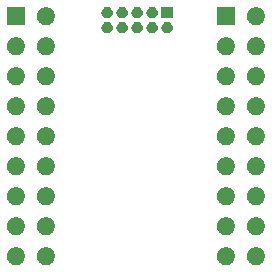
<source format=gbs>
G04 #@! TF.GenerationSoftware,KiCad,Pcbnew,5.0.1-33cea8e~68~ubuntu18.04.1*
G04 #@! TF.CreationDate,2018-11-24T10:27:27+01:00*
G04 #@! TF.ProjectId,LPC82X_JHI33_2layer,4C50433832585F4A484933335F326C61,rev?*
G04 #@! TF.SameCoordinates,Original*
G04 #@! TF.FileFunction,Soldermask,Bot*
G04 #@! TF.FilePolarity,Negative*
%FSLAX46Y46*%
G04 Gerber Fmt 4.6, Leading zero omitted, Abs format (unit mm)*
G04 Created by KiCad (PCBNEW 5.0.1-33cea8e~68~ubuntu18.04.1) date za 24 nov 2018 10:27:27 CET*
%MOMM*%
%LPD*%
G01*
G04 APERTURE LIST*
%ADD10C,0.100000*%
G04 APERTURE END LIST*
D10*
G36*
X99278767Y-116118822D02*
X99278769Y-116118823D01*
X99278770Y-116118823D01*
X99415258Y-116175359D01*
X99538096Y-116257436D01*
X99642564Y-116361904D01*
X99724641Y-116484742D01*
X99781177Y-116621230D01*
X99810000Y-116766133D01*
X99810000Y-116913867D01*
X99781177Y-117058770D01*
X99724641Y-117195258D01*
X99642564Y-117318096D01*
X99538096Y-117422564D01*
X99415258Y-117504641D01*
X99278770Y-117561177D01*
X99278769Y-117561177D01*
X99278767Y-117561178D01*
X99133869Y-117590000D01*
X98986131Y-117590000D01*
X98841233Y-117561178D01*
X98841231Y-117561177D01*
X98841230Y-117561177D01*
X98704742Y-117504641D01*
X98581904Y-117422564D01*
X98477436Y-117318096D01*
X98395359Y-117195258D01*
X98338823Y-117058770D01*
X98310000Y-116913867D01*
X98310000Y-116766133D01*
X98338823Y-116621230D01*
X98395359Y-116484742D01*
X98477436Y-116361904D01*
X98581904Y-116257436D01*
X98704742Y-116175359D01*
X98841230Y-116118823D01*
X98841231Y-116118823D01*
X98841233Y-116118822D01*
X98986131Y-116090000D01*
X99133869Y-116090000D01*
X99278767Y-116118822D01*
X99278767Y-116118822D01*
G37*
G36*
X78958767Y-116118822D02*
X78958769Y-116118823D01*
X78958770Y-116118823D01*
X79095258Y-116175359D01*
X79218096Y-116257436D01*
X79322564Y-116361904D01*
X79404641Y-116484742D01*
X79461177Y-116621230D01*
X79490000Y-116766133D01*
X79490000Y-116913867D01*
X79461177Y-117058770D01*
X79404641Y-117195258D01*
X79322564Y-117318096D01*
X79218096Y-117422564D01*
X79095258Y-117504641D01*
X78958770Y-117561177D01*
X78958769Y-117561177D01*
X78958767Y-117561178D01*
X78813869Y-117590000D01*
X78666131Y-117590000D01*
X78521233Y-117561178D01*
X78521231Y-117561177D01*
X78521230Y-117561177D01*
X78384742Y-117504641D01*
X78261904Y-117422564D01*
X78157436Y-117318096D01*
X78075359Y-117195258D01*
X78018823Y-117058770D01*
X77990000Y-116913867D01*
X77990000Y-116766133D01*
X78018823Y-116621230D01*
X78075359Y-116484742D01*
X78157436Y-116361904D01*
X78261904Y-116257436D01*
X78384742Y-116175359D01*
X78521230Y-116118823D01*
X78521231Y-116118823D01*
X78521233Y-116118822D01*
X78666131Y-116090000D01*
X78813869Y-116090000D01*
X78958767Y-116118822D01*
X78958767Y-116118822D01*
G37*
G36*
X81498767Y-116118822D02*
X81498769Y-116118823D01*
X81498770Y-116118823D01*
X81635258Y-116175359D01*
X81758096Y-116257436D01*
X81862564Y-116361904D01*
X81944641Y-116484742D01*
X82001177Y-116621230D01*
X82030000Y-116766133D01*
X82030000Y-116913867D01*
X82001177Y-117058770D01*
X81944641Y-117195258D01*
X81862564Y-117318096D01*
X81758096Y-117422564D01*
X81635258Y-117504641D01*
X81498770Y-117561177D01*
X81498769Y-117561177D01*
X81498767Y-117561178D01*
X81353869Y-117590000D01*
X81206131Y-117590000D01*
X81061233Y-117561178D01*
X81061231Y-117561177D01*
X81061230Y-117561177D01*
X80924742Y-117504641D01*
X80801904Y-117422564D01*
X80697436Y-117318096D01*
X80615359Y-117195258D01*
X80558823Y-117058770D01*
X80530000Y-116913867D01*
X80530000Y-116766133D01*
X80558823Y-116621230D01*
X80615359Y-116484742D01*
X80697436Y-116361904D01*
X80801904Y-116257436D01*
X80924742Y-116175359D01*
X81061230Y-116118823D01*
X81061231Y-116118823D01*
X81061233Y-116118822D01*
X81206131Y-116090000D01*
X81353869Y-116090000D01*
X81498767Y-116118822D01*
X81498767Y-116118822D01*
G37*
G36*
X96738767Y-116118822D02*
X96738769Y-116118823D01*
X96738770Y-116118823D01*
X96875258Y-116175359D01*
X96998096Y-116257436D01*
X97102564Y-116361904D01*
X97184641Y-116484742D01*
X97241177Y-116621230D01*
X97270000Y-116766133D01*
X97270000Y-116913867D01*
X97241177Y-117058770D01*
X97184641Y-117195258D01*
X97102564Y-117318096D01*
X96998096Y-117422564D01*
X96875258Y-117504641D01*
X96738770Y-117561177D01*
X96738769Y-117561177D01*
X96738767Y-117561178D01*
X96593869Y-117590000D01*
X96446131Y-117590000D01*
X96301233Y-117561178D01*
X96301231Y-117561177D01*
X96301230Y-117561177D01*
X96164742Y-117504641D01*
X96041904Y-117422564D01*
X95937436Y-117318096D01*
X95855359Y-117195258D01*
X95798823Y-117058770D01*
X95770000Y-116913867D01*
X95770000Y-116766133D01*
X95798823Y-116621230D01*
X95855359Y-116484742D01*
X95937436Y-116361904D01*
X96041904Y-116257436D01*
X96164742Y-116175359D01*
X96301230Y-116118823D01*
X96301231Y-116118823D01*
X96301233Y-116118822D01*
X96446131Y-116090000D01*
X96593869Y-116090000D01*
X96738767Y-116118822D01*
X96738767Y-116118822D01*
G37*
G36*
X96738767Y-113578822D02*
X96738769Y-113578823D01*
X96738770Y-113578823D01*
X96875258Y-113635359D01*
X96998096Y-113717436D01*
X97102564Y-113821904D01*
X97184641Y-113944742D01*
X97241177Y-114081230D01*
X97270000Y-114226133D01*
X97270000Y-114373867D01*
X97241177Y-114518770D01*
X97184641Y-114655258D01*
X97102564Y-114778096D01*
X96998096Y-114882564D01*
X96875258Y-114964641D01*
X96738770Y-115021177D01*
X96738769Y-115021177D01*
X96738767Y-115021178D01*
X96593869Y-115050000D01*
X96446131Y-115050000D01*
X96301233Y-115021178D01*
X96301231Y-115021177D01*
X96301230Y-115021177D01*
X96164742Y-114964641D01*
X96041904Y-114882564D01*
X95937436Y-114778096D01*
X95855359Y-114655258D01*
X95798823Y-114518770D01*
X95770000Y-114373867D01*
X95770000Y-114226133D01*
X95798823Y-114081230D01*
X95855359Y-113944742D01*
X95937436Y-113821904D01*
X96041904Y-113717436D01*
X96164742Y-113635359D01*
X96301230Y-113578823D01*
X96301231Y-113578823D01*
X96301233Y-113578822D01*
X96446131Y-113550000D01*
X96593869Y-113550000D01*
X96738767Y-113578822D01*
X96738767Y-113578822D01*
G37*
G36*
X81498767Y-113578822D02*
X81498769Y-113578823D01*
X81498770Y-113578823D01*
X81635258Y-113635359D01*
X81758096Y-113717436D01*
X81862564Y-113821904D01*
X81944641Y-113944742D01*
X82001177Y-114081230D01*
X82030000Y-114226133D01*
X82030000Y-114373867D01*
X82001177Y-114518770D01*
X81944641Y-114655258D01*
X81862564Y-114778096D01*
X81758096Y-114882564D01*
X81635258Y-114964641D01*
X81498770Y-115021177D01*
X81498769Y-115021177D01*
X81498767Y-115021178D01*
X81353869Y-115050000D01*
X81206131Y-115050000D01*
X81061233Y-115021178D01*
X81061231Y-115021177D01*
X81061230Y-115021177D01*
X80924742Y-114964641D01*
X80801904Y-114882564D01*
X80697436Y-114778096D01*
X80615359Y-114655258D01*
X80558823Y-114518770D01*
X80530000Y-114373867D01*
X80530000Y-114226133D01*
X80558823Y-114081230D01*
X80615359Y-113944742D01*
X80697436Y-113821904D01*
X80801904Y-113717436D01*
X80924742Y-113635359D01*
X81061230Y-113578823D01*
X81061231Y-113578823D01*
X81061233Y-113578822D01*
X81206131Y-113550000D01*
X81353869Y-113550000D01*
X81498767Y-113578822D01*
X81498767Y-113578822D01*
G37*
G36*
X78958767Y-113578822D02*
X78958769Y-113578823D01*
X78958770Y-113578823D01*
X79095258Y-113635359D01*
X79218096Y-113717436D01*
X79322564Y-113821904D01*
X79404641Y-113944742D01*
X79461177Y-114081230D01*
X79490000Y-114226133D01*
X79490000Y-114373867D01*
X79461177Y-114518770D01*
X79404641Y-114655258D01*
X79322564Y-114778096D01*
X79218096Y-114882564D01*
X79095258Y-114964641D01*
X78958770Y-115021177D01*
X78958769Y-115021177D01*
X78958767Y-115021178D01*
X78813869Y-115050000D01*
X78666131Y-115050000D01*
X78521233Y-115021178D01*
X78521231Y-115021177D01*
X78521230Y-115021177D01*
X78384742Y-114964641D01*
X78261904Y-114882564D01*
X78157436Y-114778096D01*
X78075359Y-114655258D01*
X78018823Y-114518770D01*
X77990000Y-114373867D01*
X77990000Y-114226133D01*
X78018823Y-114081230D01*
X78075359Y-113944742D01*
X78157436Y-113821904D01*
X78261904Y-113717436D01*
X78384742Y-113635359D01*
X78521230Y-113578823D01*
X78521231Y-113578823D01*
X78521233Y-113578822D01*
X78666131Y-113550000D01*
X78813869Y-113550000D01*
X78958767Y-113578822D01*
X78958767Y-113578822D01*
G37*
G36*
X99278767Y-113578822D02*
X99278769Y-113578823D01*
X99278770Y-113578823D01*
X99415258Y-113635359D01*
X99538096Y-113717436D01*
X99642564Y-113821904D01*
X99724641Y-113944742D01*
X99781177Y-114081230D01*
X99810000Y-114226133D01*
X99810000Y-114373867D01*
X99781177Y-114518770D01*
X99724641Y-114655258D01*
X99642564Y-114778096D01*
X99538096Y-114882564D01*
X99415258Y-114964641D01*
X99278770Y-115021177D01*
X99278769Y-115021177D01*
X99278767Y-115021178D01*
X99133869Y-115050000D01*
X98986131Y-115050000D01*
X98841233Y-115021178D01*
X98841231Y-115021177D01*
X98841230Y-115021177D01*
X98704742Y-114964641D01*
X98581904Y-114882564D01*
X98477436Y-114778096D01*
X98395359Y-114655258D01*
X98338823Y-114518770D01*
X98310000Y-114373867D01*
X98310000Y-114226133D01*
X98338823Y-114081230D01*
X98395359Y-113944742D01*
X98477436Y-113821904D01*
X98581904Y-113717436D01*
X98704742Y-113635359D01*
X98841230Y-113578823D01*
X98841231Y-113578823D01*
X98841233Y-113578822D01*
X98986131Y-113550000D01*
X99133869Y-113550000D01*
X99278767Y-113578822D01*
X99278767Y-113578822D01*
G37*
G36*
X96738767Y-111038822D02*
X96738769Y-111038823D01*
X96738770Y-111038823D01*
X96875258Y-111095359D01*
X96998096Y-111177436D01*
X97102564Y-111281904D01*
X97184641Y-111404742D01*
X97241177Y-111541230D01*
X97270000Y-111686133D01*
X97270000Y-111833867D01*
X97241177Y-111978770D01*
X97184641Y-112115258D01*
X97102564Y-112238096D01*
X96998096Y-112342564D01*
X96875258Y-112424641D01*
X96738770Y-112481177D01*
X96738769Y-112481177D01*
X96738767Y-112481178D01*
X96593869Y-112510000D01*
X96446131Y-112510000D01*
X96301233Y-112481178D01*
X96301231Y-112481177D01*
X96301230Y-112481177D01*
X96164742Y-112424641D01*
X96041904Y-112342564D01*
X95937436Y-112238096D01*
X95855359Y-112115258D01*
X95798823Y-111978770D01*
X95770000Y-111833867D01*
X95770000Y-111686133D01*
X95798823Y-111541230D01*
X95855359Y-111404742D01*
X95937436Y-111281904D01*
X96041904Y-111177436D01*
X96164742Y-111095359D01*
X96301230Y-111038823D01*
X96301231Y-111038823D01*
X96301233Y-111038822D01*
X96446131Y-111010000D01*
X96593869Y-111010000D01*
X96738767Y-111038822D01*
X96738767Y-111038822D01*
G37*
G36*
X78958767Y-111038822D02*
X78958769Y-111038823D01*
X78958770Y-111038823D01*
X79095258Y-111095359D01*
X79218096Y-111177436D01*
X79322564Y-111281904D01*
X79404641Y-111404742D01*
X79461177Y-111541230D01*
X79490000Y-111686133D01*
X79490000Y-111833867D01*
X79461177Y-111978770D01*
X79404641Y-112115258D01*
X79322564Y-112238096D01*
X79218096Y-112342564D01*
X79095258Y-112424641D01*
X78958770Y-112481177D01*
X78958769Y-112481177D01*
X78958767Y-112481178D01*
X78813869Y-112510000D01*
X78666131Y-112510000D01*
X78521233Y-112481178D01*
X78521231Y-112481177D01*
X78521230Y-112481177D01*
X78384742Y-112424641D01*
X78261904Y-112342564D01*
X78157436Y-112238096D01*
X78075359Y-112115258D01*
X78018823Y-111978770D01*
X77990000Y-111833867D01*
X77990000Y-111686133D01*
X78018823Y-111541230D01*
X78075359Y-111404742D01*
X78157436Y-111281904D01*
X78261904Y-111177436D01*
X78384742Y-111095359D01*
X78521230Y-111038823D01*
X78521231Y-111038823D01*
X78521233Y-111038822D01*
X78666131Y-111010000D01*
X78813869Y-111010000D01*
X78958767Y-111038822D01*
X78958767Y-111038822D01*
G37*
G36*
X81498767Y-111038822D02*
X81498769Y-111038823D01*
X81498770Y-111038823D01*
X81635258Y-111095359D01*
X81758096Y-111177436D01*
X81862564Y-111281904D01*
X81944641Y-111404742D01*
X82001177Y-111541230D01*
X82030000Y-111686133D01*
X82030000Y-111833867D01*
X82001177Y-111978770D01*
X81944641Y-112115258D01*
X81862564Y-112238096D01*
X81758096Y-112342564D01*
X81635258Y-112424641D01*
X81498770Y-112481177D01*
X81498769Y-112481177D01*
X81498767Y-112481178D01*
X81353869Y-112510000D01*
X81206131Y-112510000D01*
X81061233Y-112481178D01*
X81061231Y-112481177D01*
X81061230Y-112481177D01*
X80924742Y-112424641D01*
X80801904Y-112342564D01*
X80697436Y-112238096D01*
X80615359Y-112115258D01*
X80558823Y-111978770D01*
X80530000Y-111833867D01*
X80530000Y-111686133D01*
X80558823Y-111541230D01*
X80615359Y-111404742D01*
X80697436Y-111281904D01*
X80801904Y-111177436D01*
X80924742Y-111095359D01*
X81061230Y-111038823D01*
X81061231Y-111038823D01*
X81061233Y-111038822D01*
X81206131Y-111010000D01*
X81353869Y-111010000D01*
X81498767Y-111038822D01*
X81498767Y-111038822D01*
G37*
G36*
X99278767Y-111038822D02*
X99278769Y-111038823D01*
X99278770Y-111038823D01*
X99415258Y-111095359D01*
X99538096Y-111177436D01*
X99642564Y-111281904D01*
X99724641Y-111404742D01*
X99781177Y-111541230D01*
X99810000Y-111686133D01*
X99810000Y-111833867D01*
X99781177Y-111978770D01*
X99724641Y-112115258D01*
X99642564Y-112238096D01*
X99538096Y-112342564D01*
X99415258Y-112424641D01*
X99278770Y-112481177D01*
X99278769Y-112481177D01*
X99278767Y-112481178D01*
X99133869Y-112510000D01*
X98986131Y-112510000D01*
X98841233Y-112481178D01*
X98841231Y-112481177D01*
X98841230Y-112481177D01*
X98704742Y-112424641D01*
X98581904Y-112342564D01*
X98477436Y-112238096D01*
X98395359Y-112115258D01*
X98338823Y-111978770D01*
X98310000Y-111833867D01*
X98310000Y-111686133D01*
X98338823Y-111541230D01*
X98395359Y-111404742D01*
X98477436Y-111281904D01*
X98581904Y-111177436D01*
X98704742Y-111095359D01*
X98841230Y-111038823D01*
X98841231Y-111038823D01*
X98841233Y-111038822D01*
X98986131Y-111010000D01*
X99133869Y-111010000D01*
X99278767Y-111038822D01*
X99278767Y-111038822D01*
G37*
G36*
X81498767Y-108498822D02*
X81498769Y-108498823D01*
X81498770Y-108498823D01*
X81635258Y-108555359D01*
X81758096Y-108637436D01*
X81862564Y-108741904D01*
X81944641Y-108864742D01*
X82001177Y-109001230D01*
X82030000Y-109146133D01*
X82030000Y-109293867D01*
X82001177Y-109438770D01*
X81944641Y-109575258D01*
X81862564Y-109698096D01*
X81758096Y-109802564D01*
X81635258Y-109884641D01*
X81498770Y-109941177D01*
X81498769Y-109941177D01*
X81498767Y-109941178D01*
X81353869Y-109970000D01*
X81206131Y-109970000D01*
X81061233Y-109941178D01*
X81061231Y-109941177D01*
X81061230Y-109941177D01*
X80924742Y-109884641D01*
X80801904Y-109802564D01*
X80697436Y-109698096D01*
X80615359Y-109575258D01*
X80558823Y-109438770D01*
X80530000Y-109293867D01*
X80530000Y-109146133D01*
X80558823Y-109001230D01*
X80615359Y-108864742D01*
X80697436Y-108741904D01*
X80801904Y-108637436D01*
X80924742Y-108555359D01*
X81061230Y-108498823D01*
X81061231Y-108498823D01*
X81061233Y-108498822D01*
X81206131Y-108470000D01*
X81353869Y-108470000D01*
X81498767Y-108498822D01*
X81498767Y-108498822D01*
G37*
G36*
X96738767Y-108498822D02*
X96738769Y-108498823D01*
X96738770Y-108498823D01*
X96875258Y-108555359D01*
X96998096Y-108637436D01*
X97102564Y-108741904D01*
X97184641Y-108864742D01*
X97241177Y-109001230D01*
X97270000Y-109146133D01*
X97270000Y-109293867D01*
X97241177Y-109438770D01*
X97184641Y-109575258D01*
X97102564Y-109698096D01*
X96998096Y-109802564D01*
X96875258Y-109884641D01*
X96738770Y-109941177D01*
X96738769Y-109941177D01*
X96738767Y-109941178D01*
X96593869Y-109970000D01*
X96446131Y-109970000D01*
X96301233Y-109941178D01*
X96301231Y-109941177D01*
X96301230Y-109941177D01*
X96164742Y-109884641D01*
X96041904Y-109802564D01*
X95937436Y-109698096D01*
X95855359Y-109575258D01*
X95798823Y-109438770D01*
X95770000Y-109293867D01*
X95770000Y-109146133D01*
X95798823Y-109001230D01*
X95855359Y-108864742D01*
X95937436Y-108741904D01*
X96041904Y-108637436D01*
X96164742Y-108555359D01*
X96301230Y-108498823D01*
X96301231Y-108498823D01*
X96301233Y-108498822D01*
X96446131Y-108470000D01*
X96593869Y-108470000D01*
X96738767Y-108498822D01*
X96738767Y-108498822D01*
G37*
G36*
X99278767Y-108498822D02*
X99278769Y-108498823D01*
X99278770Y-108498823D01*
X99415258Y-108555359D01*
X99538096Y-108637436D01*
X99642564Y-108741904D01*
X99724641Y-108864742D01*
X99781177Y-109001230D01*
X99810000Y-109146133D01*
X99810000Y-109293867D01*
X99781177Y-109438770D01*
X99724641Y-109575258D01*
X99642564Y-109698096D01*
X99538096Y-109802564D01*
X99415258Y-109884641D01*
X99278770Y-109941177D01*
X99278769Y-109941177D01*
X99278767Y-109941178D01*
X99133869Y-109970000D01*
X98986131Y-109970000D01*
X98841233Y-109941178D01*
X98841231Y-109941177D01*
X98841230Y-109941177D01*
X98704742Y-109884641D01*
X98581904Y-109802564D01*
X98477436Y-109698096D01*
X98395359Y-109575258D01*
X98338823Y-109438770D01*
X98310000Y-109293867D01*
X98310000Y-109146133D01*
X98338823Y-109001230D01*
X98395359Y-108864742D01*
X98477436Y-108741904D01*
X98581904Y-108637436D01*
X98704742Y-108555359D01*
X98841230Y-108498823D01*
X98841231Y-108498823D01*
X98841233Y-108498822D01*
X98986131Y-108470000D01*
X99133869Y-108470000D01*
X99278767Y-108498822D01*
X99278767Y-108498822D01*
G37*
G36*
X78958767Y-108498822D02*
X78958769Y-108498823D01*
X78958770Y-108498823D01*
X79095258Y-108555359D01*
X79218096Y-108637436D01*
X79322564Y-108741904D01*
X79404641Y-108864742D01*
X79461177Y-109001230D01*
X79490000Y-109146133D01*
X79490000Y-109293867D01*
X79461177Y-109438770D01*
X79404641Y-109575258D01*
X79322564Y-109698096D01*
X79218096Y-109802564D01*
X79095258Y-109884641D01*
X78958770Y-109941177D01*
X78958769Y-109941177D01*
X78958767Y-109941178D01*
X78813869Y-109970000D01*
X78666131Y-109970000D01*
X78521233Y-109941178D01*
X78521231Y-109941177D01*
X78521230Y-109941177D01*
X78384742Y-109884641D01*
X78261904Y-109802564D01*
X78157436Y-109698096D01*
X78075359Y-109575258D01*
X78018823Y-109438770D01*
X77990000Y-109293867D01*
X77990000Y-109146133D01*
X78018823Y-109001230D01*
X78075359Y-108864742D01*
X78157436Y-108741904D01*
X78261904Y-108637436D01*
X78384742Y-108555359D01*
X78521230Y-108498823D01*
X78521231Y-108498823D01*
X78521233Y-108498822D01*
X78666131Y-108470000D01*
X78813869Y-108470000D01*
X78958767Y-108498822D01*
X78958767Y-108498822D01*
G37*
G36*
X99278767Y-105958822D02*
X99278769Y-105958823D01*
X99278770Y-105958823D01*
X99415258Y-106015359D01*
X99538096Y-106097436D01*
X99642564Y-106201904D01*
X99724641Y-106324742D01*
X99781177Y-106461230D01*
X99810000Y-106606133D01*
X99810000Y-106753867D01*
X99781177Y-106898770D01*
X99724641Y-107035258D01*
X99642564Y-107158096D01*
X99538096Y-107262564D01*
X99415258Y-107344641D01*
X99278770Y-107401177D01*
X99278769Y-107401177D01*
X99278767Y-107401178D01*
X99133869Y-107430000D01*
X98986131Y-107430000D01*
X98841233Y-107401178D01*
X98841231Y-107401177D01*
X98841230Y-107401177D01*
X98704742Y-107344641D01*
X98581904Y-107262564D01*
X98477436Y-107158096D01*
X98395359Y-107035258D01*
X98338823Y-106898770D01*
X98310000Y-106753867D01*
X98310000Y-106606133D01*
X98338823Y-106461230D01*
X98395359Y-106324742D01*
X98477436Y-106201904D01*
X98581904Y-106097436D01*
X98704742Y-106015359D01*
X98841230Y-105958823D01*
X98841231Y-105958823D01*
X98841233Y-105958822D01*
X98986131Y-105930000D01*
X99133869Y-105930000D01*
X99278767Y-105958822D01*
X99278767Y-105958822D01*
G37*
G36*
X96738767Y-105958822D02*
X96738769Y-105958823D01*
X96738770Y-105958823D01*
X96875258Y-106015359D01*
X96998096Y-106097436D01*
X97102564Y-106201904D01*
X97184641Y-106324742D01*
X97241177Y-106461230D01*
X97270000Y-106606133D01*
X97270000Y-106753867D01*
X97241177Y-106898770D01*
X97184641Y-107035258D01*
X97102564Y-107158096D01*
X96998096Y-107262564D01*
X96875258Y-107344641D01*
X96738770Y-107401177D01*
X96738769Y-107401177D01*
X96738767Y-107401178D01*
X96593869Y-107430000D01*
X96446131Y-107430000D01*
X96301233Y-107401178D01*
X96301231Y-107401177D01*
X96301230Y-107401177D01*
X96164742Y-107344641D01*
X96041904Y-107262564D01*
X95937436Y-107158096D01*
X95855359Y-107035258D01*
X95798823Y-106898770D01*
X95770000Y-106753867D01*
X95770000Y-106606133D01*
X95798823Y-106461230D01*
X95855359Y-106324742D01*
X95937436Y-106201904D01*
X96041904Y-106097436D01*
X96164742Y-106015359D01*
X96301230Y-105958823D01*
X96301231Y-105958823D01*
X96301233Y-105958822D01*
X96446131Y-105930000D01*
X96593869Y-105930000D01*
X96738767Y-105958822D01*
X96738767Y-105958822D01*
G37*
G36*
X78958767Y-105958822D02*
X78958769Y-105958823D01*
X78958770Y-105958823D01*
X79095258Y-106015359D01*
X79218096Y-106097436D01*
X79322564Y-106201904D01*
X79404641Y-106324742D01*
X79461177Y-106461230D01*
X79490000Y-106606133D01*
X79490000Y-106753867D01*
X79461177Y-106898770D01*
X79404641Y-107035258D01*
X79322564Y-107158096D01*
X79218096Y-107262564D01*
X79095258Y-107344641D01*
X78958770Y-107401177D01*
X78958769Y-107401177D01*
X78958767Y-107401178D01*
X78813869Y-107430000D01*
X78666131Y-107430000D01*
X78521233Y-107401178D01*
X78521231Y-107401177D01*
X78521230Y-107401177D01*
X78384742Y-107344641D01*
X78261904Y-107262564D01*
X78157436Y-107158096D01*
X78075359Y-107035258D01*
X78018823Y-106898770D01*
X77990000Y-106753867D01*
X77990000Y-106606133D01*
X78018823Y-106461230D01*
X78075359Y-106324742D01*
X78157436Y-106201904D01*
X78261904Y-106097436D01*
X78384742Y-106015359D01*
X78521230Y-105958823D01*
X78521231Y-105958823D01*
X78521233Y-105958822D01*
X78666131Y-105930000D01*
X78813869Y-105930000D01*
X78958767Y-105958822D01*
X78958767Y-105958822D01*
G37*
G36*
X81498767Y-105958822D02*
X81498769Y-105958823D01*
X81498770Y-105958823D01*
X81635258Y-106015359D01*
X81758096Y-106097436D01*
X81862564Y-106201904D01*
X81944641Y-106324742D01*
X82001177Y-106461230D01*
X82030000Y-106606133D01*
X82030000Y-106753867D01*
X82001177Y-106898770D01*
X81944641Y-107035258D01*
X81862564Y-107158096D01*
X81758096Y-107262564D01*
X81635258Y-107344641D01*
X81498770Y-107401177D01*
X81498769Y-107401177D01*
X81498767Y-107401178D01*
X81353869Y-107430000D01*
X81206131Y-107430000D01*
X81061233Y-107401178D01*
X81061231Y-107401177D01*
X81061230Y-107401177D01*
X80924742Y-107344641D01*
X80801904Y-107262564D01*
X80697436Y-107158096D01*
X80615359Y-107035258D01*
X80558823Y-106898770D01*
X80530000Y-106753867D01*
X80530000Y-106606133D01*
X80558823Y-106461230D01*
X80615359Y-106324742D01*
X80697436Y-106201904D01*
X80801904Y-106097436D01*
X80924742Y-106015359D01*
X81061230Y-105958823D01*
X81061231Y-105958823D01*
X81061233Y-105958822D01*
X81206131Y-105930000D01*
X81353869Y-105930000D01*
X81498767Y-105958822D01*
X81498767Y-105958822D01*
G37*
G36*
X99278767Y-103418822D02*
X99278769Y-103418823D01*
X99278770Y-103418823D01*
X99415258Y-103475359D01*
X99538096Y-103557436D01*
X99642564Y-103661904D01*
X99724641Y-103784742D01*
X99781177Y-103921230D01*
X99810000Y-104066133D01*
X99810000Y-104213867D01*
X99781177Y-104358770D01*
X99724641Y-104495258D01*
X99642564Y-104618096D01*
X99538096Y-104722564D01*
X99415258Y-104804641D01*
X99278770Y-104861177D01*
X99278769Y-104861177D01*
X99278767Y-104861178D01*
X99133869Y-104890000D01*
X98986131Y-104890000D01*
X98841233Y-104861178D01*
X98841231Y-104861177D01*
X98841230Y-104861177D01*
X98704742Y-104804641D01*
X98581904Y-104722564D01*
X98477436Y-104618096D01*
X98395359Y-104495258D01*
X98338823Y-104358770D01*
X98310000Y-104213867D01*
X98310000Y-104066133D01*
X98338823Y-103921230D01*
X98395359Y-103784742D01*
X98477436Y-103661904D01*
X98581904Y-103557436D01*
X98704742Y-103475359D01*
X98841230Y-103418823D01*
X98841231Y-103418823D01*
X98841233Y-103418822D01*
X98986131Y-103390000D01*
X99133869Y-103390000D01*
X99278767Y-103418822D01*
X99278767Y-103418822D01*
G37*
G36*
X78958767Y-103418822D02*
X78958769Y-103418823D01*
X78958770Y-103418823D01*
X79095258Y-103475359D01*
X79218096Y-103557436D01*
X79322564Y-103661904D01*
X79404641Y-103784742D01*
X79461177Y-103921230D01*
X79490000Y-104066133D01*
X79490000Y-104213867D01*
X79461177Y-104358770D01*
X79404641Y-104495258D01*
X79322564Y-104618096D01*
X79218096Y-104722564D01*
X79095258Y-104804641D01*
X78958770Y-104861177D01*
X78958769Y-104861177D01*
X78958767Y-104861178D01*
X78813869Y-104890000D01*
X78666131Y-104890000D01*
X78521233Y-104861178D01*
X78521231Y-104861177D01*
X78521230Y-104861177D01*
X78384742Y-104804641D01*
X78261904Y-104722564D01*
X78157436Y-104618096D01*
X78075359Y-104495258D01*
X78018823Y-104358770D01*
X77990000Y-104213867D01*
X77990000Y-104066133D01*
X78018823Y-103921230D01*
X78075359Y-103784742D01*
X78157436Y-103661904D01*
X78261904Y-103557436D01*
X78384742Y-103475359D01*
X78521230Y-103418823D01*
X78521231Y-103418823D01*
X78521233Y-103418822D01*
X78666131Y-103390000D01*
X78813869Y-103390000D01*
X78958767Y-103418822D01*
X78958767Y-103418822D01*
G37*
G36*
X96738767Y-103418822D02*
X96738769Y-103418823D01*
X96738770Y-103418823D01*
X96875258Y-103475359D01*
X96998096Y-103557436D01*
X97102564Y-103661904D01*
X97184641Y-103784742D01*
X97241177Y-103921230D01*
X97270000Y-104066133D01*
X97270000Y-104213867D01*
X97241177Y-104358770D01*
X97184641Y-104495258D01*
X97102564Y-104618096D01*
X96998096Y-104722564D01*
X96875258Y-104804641D01*
X96738770Y-104861177D01*
X96738769Y-104861177D01*
X96738767Y-104861178D01*
X96593869Y-104890000D01*
X96446131Y-104890000D01*
X96301233Y-104861178D01*
X96301231Y-104861177D01*
X96301230Y-104861177D01*
X96164742Y-104804641D01*
X96041904Y-104722564D01*
X95937436Y-104618096D01*
X95855359Y-104495258D01*
X95798823Y-104358770D01*
X95770000Y-104213867D01*
X95770000Y-104066133D01*
X95798823Y-103921230D01*
X95855359Y-103784742D01*
X95937436Y-103661904D01*
X96041904Y-103557436D01*
X96164742Y-103475359D01*
X96301230Y-103418823D01*
X96301231Y-103418823D01*
X96301233Y-103418822D01*
X96446131Y-103390000D01*
X96593869Y-103390000D01*
X96738767Y-103418822D01*
X96738767Y-103418822D01*
G37*
G36*
X81498767Y-103418822D02*
X81498769Y-103418823D01*
X81498770Y-103418823D01*
X81635258Y-103475359D01*
X81758096Y-103557436D01*
X81862564Y-103661904D01*
X81944641Y-103784742D01*
X82001177Y-103921230D01*
X82030000Y-104066133D01*
X82030000Y-104213867D01*
X82001177Y-104358770D01*
X81944641Y-104495258D01*
X81862564Y-104618096D01*
X81758096Y-104722564D01*
X81635258Y-104804641D01*
X81498770Y-104861177D01*
X81498769Y-104861177D01*
X81498767Y-104861178D01*
X81353869Y-104890000D01*
X81206131Y-104890000D01*
X81061233Y-104861178D01*
X81061231Y-104861177D01*
X81061230Y-104861177D01*
X80924742Y-104804641D01*
X80801904Y-104722564D01*
X80697436Y-104618096D01*
X80615359Y-104495258D01*
X80558823Y-104358770D01*
X80530000Y-104213867D01*
X80530000Y-104066133D01*
X80558823Y-103921230D01*
X80615359Y-103784742D01*
X80697436Y-103661904D01*
X80801904Y-103557436D01*
X80924742Y-103475359D01*
X81061230Y-103418823D01*
X81061231Y-103418823D01*
X81061233Y-103418822D01*
X81206131Y-103390000D01*
X81353869Y-103390000D01*
X81498767Y-103418822D01*
X81498767Y-103418822D01*
G37*
G36*
X99278767Y-100878822D02*
X99278769Y-100878823D01*
X99278770Y-100878823D01*
X99415258Y-100935359D01*
X99538096Y-101017436D01*
X99642564Y-101121904D01*
X99724641Y-101244742D01*
X99781177Y-101381230D01*
X99810000Y-101526133D01*
X99810000Y-101673867D01*
X99781177Y-101818770D01*
X99724641Y-101955258D01*
X99642564Y-102078096D01*
X99538096Y-102182564D01*
X99415258Y-102264641D01*
X99278770Y-102321177D01*
X99278769Y-102321177D01*
X99278767Y-102321178D01*
X99133869Y-102350000D01*
X98986131Y-102350000D01*
X98841233Y-102321178D01*
X98841231Y-102321177D01*
X98841230Y-102321177D01*
X98704742Y-102264641D01*
X98581904Y-102182564D01*
X98477436Y-102078096D01*
X98395359Y-101955258D01*
X98338823Y-101818770D01*
X98310000Y-101673867D01*
X98310000Y-101526133D01*
X98338823Y-101381230D01*
X98395359Y-101244742D01*
X98477436Y-101121904D01*
X98581904Y-101017436D01*
X98704742Y-100935359D01*
X98841230Y-100878823D01*
X98841231Y-100878823D01*
X98841233Y-100878822D01*
X98986131Y-100850000D01*
X99133869Y-100850000D01*
X99278767Y-100878822D01*
X99278767Y-100878822D01*
G37*
G36*
X78958767Y-100878822D02*
X78958769Y-100878823D01*
X78958770Y-100878823D01*
X79095258Y-100935359D01*
X79218096Y-101017436D01*
X79322564Y-101121904D01*
X79404641Y-101244742D01*
X79461177Y-101381230D01*
X79490000Y-101526133D01*
X79490000Y-101673867D01*
X79461177Y-101818770D01*
X79404641Y-101955258D01*
X79322564Y-102078096D01*
X79218096Y-102182564D01*
X79095258Y-102264641D01*
X78958770Y-102321177D01*
X78958769Y-102321177D01*
X78958767Y-102321178D01*
X78813869Y-102350000D01*
X78666131Y-102350000D01*
X78521233Y-102321178D01*
X78521231Y-102321177D01*
X78521230Y-102321177D01*
X78384742Y-102264641D01*
X78261904Y-102182564D01*
X78157436Y-102078096D01*
X78075359Y-101955258D01*
X78018823Y-101818770D01*
X77990000Y-101673867D01*
X77990000Y-101526133D01*
X78018823Y-101381230D01*
X78075359Y-101244742D01*
X78157436Y-101121904D01*
X78261904Y-101017436D01*
X78384742Y-100935359D01*
X78521230Y-100878823D01*
X78521231Y-100878823D01*
X78521233Y-100878822D01*
X78666131Y-100850000D01*
X78813869Y-100850000D01*
X78958767Y-100878822D01*
X78958767Y-100878822D01*
G37*
G36*
X81498767Y-100878822D02*
X81498769Y-100878823D01*
X81498770Y-100878823D01*
X81635258Y-100935359D01*
X81758096Y-101017436D01*
X81862564Y-101121904D01*
X81944641Y-101244742D01*
X82001177Y-101381230D01*
X82030000Y-101526133D01*
X82030000Y-101673867D01*
X82001177Y-101818770D01*
X81944641Y-101955258D01*
X81862564Y-102078096D01*
X81758096Y-102182564D01*
X81635258Y-102264641D01*
X81498770Y-102321177D01*
X81498769Y-102321177D01*
X81498767Y-102321178D01*
X81353869Y-102350000D01*
X81206131Y-102350000D01*
X81061233Y-102321178D01*
X81061231Y-102321177D01*
X81061230Y-102321177D01*
X80924742Y-102264641D01*
X80801904Y-102182564D01*
X80697436Y-102078096D01*
X80615359Y-101955258D01*
X80558823Y-101818770D01*
X80530000Y-101673867D01*
X80530000Y-101526133D01*
X80558823Y-101381230D01*
X80615359Y-101244742D01*
X80697436Y-101121904D01*
X80801904Y-101017436D01*
X80924742Y-100935359D01*
X81061230Y-100878823D01*
X81061231Y-100878823D01*
X81061233Y-100878822D01*
X81206131Y-100850000D01*
X81353869Y-100850000D01*
X81498767Y-100878822D01*
X81498767Y-100878822D01*
G37*
G36*
X96738767Y-100878822D02*
X96738769Y-100878823D01*
X96738770Y-100878823D01*
X96875258Y-100935359D01*
X96998096Y-101017436D01*
X97102564Y-101121904D01*
X97184641Y-101244742D01*
X97241177Y-101381230D01*
X97270000Y-101526133D01*
X97270000Y-101673867D01*
X97241177Y-101818770D01*
X97184641Y-101955258D01*
X97102564Y-102078096D01*
X96998096Y-102182564D01*
X96875258Y-102264641D01*
X96738770Y-102321177D01*
X96738769Y-102321177D01*
X96738767Y-102321178D01*
X96593869Y-102350000D01*
X96446131Y-102350000D01*
X96301233Y-102321178D01*
X96301231Y-102321177D01*
X96301230Y-102321177D01*
X96164742Y-102264641D01*
X96041904Y-102182564D01*
X95937436Y-102078096D01*
X95855359Y-101955258D01*
X95798823Y-101818770D01*
X95770000Y-101673867D01*
X95770000Y-101526133D01*
X95798823Y-101381230D01*
X95855359Y-101244742D01*
X95937436Y-101121904D01*
X96041904Y-101017436D01*
X96164742Y-100935359D01*
X96301230Y-100878823D01*
X96301231Y-100878823D01*
X96301233Y-100878822D01*
X96446131Y-100850000D01*
X96593869Y-100850000D01*
X96738767Y-100878822D01*
X96738767Y-100878822D01*
G37*
G36*
X81498767Y-98338822D02*
X81498769Y-98338823D01*
X81498770Y-98338823D01*
X81635258Y-98395359D01*
X81758096Y-98477436D01*
X81862564Y-98581904D01*
X81944641Y-98704742D01*
X82001177Y-98841230D01*
X82030000Y-98986133D01*
X82030000Y-99133867D01*
X82001177Y-99278770D01*
X81944641Y-99415258D01*
X81862564Y-99538096D01*
X81758096Y-99642564D01*
X81635258Y-99724641D01*
X81498770Y-99781177D01*
X81498769Y-99781177D01*
X81498767Y-99781178D01*
X81353869Y-99810000D01*
X81206131Y-99810000D01*
X81061233Y-99781178D01*
X81061231Y-99781177D01*
X81061230Y-99781177D01*
X80924742Y-99724641D01*
X80801904Y-99642564D01*
X80697436Y-99538096D01*
X80615359Y-99415258D01*
X80558823Y-99278770D01*
X80530000Y-99133867D01*
X80530000Y-98986133D01*
X80558823Y-98841230D01*
X80615359Y-98704742D01*
X80697436Y-98581904D01*
X80801904Y-98477436D01*
X80924742Y-98395359D01*
X81061230Y-98338823D01*
X81061231Y-98338823D01*
X81061233Y-98338822D01*
X81206131Y-98310000D01*
X81353869Y-98310000D01*
X81498767Y-98338822D01*
X81498767Y-98338822D01*
G37*
G36*
X99278767Y-98338822D02*
X99278769Y-98338823D01*
X99278770Y-98338823D01*
X99415258Y-98395359D01*
X99538096Y-98477436D01*
X99642564Y-98581904D01*
X99724641Y-98704742D01*
X99781177Y-98841230D01*
X99810000Y-98986133D01*
X99810000Y-99133867D01*
X99781177Y-99278770D01*
X99724641Y-99415258D01*
X99642564Y-99538096D01*
X99538096Y-99642564D01*
X99415258Y-99724641D01*
X99278770Y-99781177D01*
X99278769Y-99781177D01*
X99278767Y-99781178D01*
X99133869Y-99810000D01*
X98986131Y-99810000D01*
X98841233Y-99781178D01*
X98841231Y-99781177D01*
X98841230Y-99781177D01*
X98704742Y-99724641D01*
X98581904Y-99642564D01*
X98477436Y-99538096D01*
X98395359Y-99415258D01*
X98338823Y-99278770D01*
X98310000Y-99133867D01*
X98310000Y-98986133D01*
X98338823Y-98841230D01*
X98395359Y-98704742D01*
X98477436Y-98581904D01*
X98581904Y-98477436D01*
X98704742Y-98395359D01*
X98841230Y-98338823D01*
X98841231Y-98338823D01*
X98841233Y-98338822D01*
X98986131Y-98310000D01*
X99133869Y-98310000D01*
X99278767Y-98338822D01*
X99278767Y-98338822D01*
G37*
G36*
X96738767Y-98338822D02*
X96738769Y-98338823D01*
X96738770Y-98338823D01*
X96875258Y-98395359D01*
X96998096Y-98477436D01*
X97102564Y-98581904D01*
X97184641Y-98704742D01*
X97241177Y-98841230D01*
X97270000Y-98986133D01*
X97270000Y-99133867D01*
X97241177Y-99278770D01*
X97184641Y-99415258D01*
X97102564Y-99538096D01*
X96998096Y-99642564D01*
X96875258Y-99724641D01*
X96738770Y-99781177D01*
X96738769Y-99781177D01*
X96738767Y-99781178D01*
X96593869Y-99810000D01*
X96446131Y-99810000D01*
X96301233Y-99781178D01*
X96301231Y-99781177D01*
X96301230Y-99781177D01*
X96164742Y-99724641D01*
X96041904Y-99642564D01*
X95937436Y-99538096D01*
X95855359Y-99415258D01*
X95798823Y-99278770D01*
X95770000Y-99133867D01*
X95770000Y-98986133D01*
X95798823Y-98841230D01*
X95855359Y-98704742D01*
X95937436Y-98581904D01*
X96041904Y-98477436D01*
X96164742Y-98395359D01*
X96301230Y-98338823D01*
X96301231Y-98338823D01*
X96301233Y-98338822D01*
X96446131Y-98310000D01*
X96593869Y-98310000D01*
X96738767Y-98338822D01*
X96738767Y-98338822D01*
G37*
G36*
X78958767Y-98338822D02*
X78958769Y-98338823D01*
X78958770Y-98338823D01*
X79095258Y-98395359D01*
X79218096Y-98477436D01*
X79322564Y-98581904D01*
X79404641Y-98704742D01*
X79461177Y-98841230D01*
X79490000Y-98986133D01*
X79490000Y-99133867D01*
X79461177Y-99278770D01*
X79404641Y-99415258D01*
X79322564Y-99538096D01*
X79218096Y-99642564D01*
X79095258Y-99724641D01*
X78958770Y-99781177D01*
X78958769Y-99781177D01*
X78958767Y-99781178D01*
X78813869Y-99810000D01*
X78666131Y-99810000D01*
X78521233Y-99781178D01*
X78521231Y-99781177D01*
X78521230Y-99781177D01*
X78384742Y-99724641D01*
X78261904Y-99642564D01*
X78157436Y-99538096D01*
X78075359Y-99415258D01*
X78018823Y-99278770D01*
X77990000Y-99133867D01*
X77990000Y-98986133D01*
X78018823Y-98841230D01*
X78075359Y-98704742D01*
X78157436Y-98581904D01*
X78261904Y-98477436D01*
X78384742Y-98395359D01*
X78521230Y-98338823D01*
X78521231Y-98338823D01*
X78521233Y-98338822D01*
X78666131Y-98310000D01*
X78813869Y-98310000D01*
X78958767Y-98338822D01*
X78958767Y-98338822D01*
G37*
G36*
X89138550Y-97028253D02*
X89224997Y-97064061D01*
X89302793Y-97116042D01*
X89368958Y-97182207D01*
X89420939Y-97260003D01*
X89456747Y-97346450D01*
X89475000Y-97438214D01*
X89475000Y-97531786D01*
X89456747Y-97623550D01*
X89420939Y-97709997D01*
X89368958Y-97787793D01*
X89302793Y-97853958D01*
X89224997Y-97905939D01*
X89138550Y-97941747D01*
X89046786Y-97960000D01*
X88953214Y-97960000D01*
X88861450Y-97941747D01*
X88775003Y-97905939D01*
X88697207Y-97853958D01*
X88631042Y-97787793D01*
X88579061Y-97709997D01*
X88543253Y-97623550D01*
X88525000Y-97531786D01*
X88525000Y-97438214D01*
X88543253Y-97346450D01*
X88579061Y-97260003D01*
X88631042Y-97182207D01*
X88697207Y-97116042D01*
X88775003Y-97064061D01*
X88861450Y-97028253D01*
X88953214Y-97010000D01*
X89046786Y-97010000D01*
X89138550Y-97028253D01*
X89138550Y-97028253D01*
G37*
G36*
X91678550Y-97028253D02*
X91764997Y-97064061D01*
X91842793Y-97116042D01*
X91908958Y-97182207D01*
X91960939Y-97260003D01*
X91996747Y-97346450D01*
X92015000Y-97438214D01*
X92015000Y-97531786D01*
X91996747Y-97623550D01*
X91960939Y-97709997D01*
X91908958Y-97787793D01*
X91842793Y-97853958D01*
X91764997Y-97905939D01*
X91678550Y-97941747D01*
X91586786Y-97960000D01*
X91493214Y-97960000D01*
X91401450Y-97941747D01*
X91315003Y-97905939D01*
X91237207Y-97853958D01*
X91171042Y-97787793D01*
X91119061Y-97709997D01*
X91083253Y-97623550D01*
X91065000Y-97531786D01*
X91065000Y-97438214D01*
X91083253Y-97346450D01*
X91119061Y-97260003D01*
X91171042Y-97182207D01*
X91237207Y-97116042D01*
X91315003Y-97064061D01*
X91401450Y-97028253D01*
X91493214Y-97010000D01*
X91586786Y-97010000D01*
X91678550Y-97028253D01*
X91678550Y-97028253D01*
G37*
G36*
X90408550Y-97028253D02*
X90494997Y-97064061D01*
X90572793Y-97116042D01*
X90638958Y-97182207D01*
X90690939Y-97260003D01*
X90726747Y-97346450D01*
X90745000Y-97438214D01*
X90745000Y-97531786D01*
X90726747Y-97623550D01*
X90690939Y-97709997D01*
X90638958Y-97787793D01*
X90572793Y-97853958D01*
X90494997Y-97905939D01*
X90408550Y-97941747D01*
X90316786Y-97960000D01*
X90223214Y-97960000D01*
X90131450Y-97941747D01*
X90045003Y-97905939D01*
X89967207Y-97853958D01*
X89901042Y-97787793D01*
X89849061Y-97709997D01*
X89813253Y-97623550D01*
X89795000Y-97531786D01*
X89795000Y-97438214D01*
X89813253Y-97346450D01*
X89849061Y-97260003D01*
X89901042Y-97182207D01*
X89967207Y-97116042D01*
X90045003Y-97064061D01*
X90131450Y-97028253D01*
X90223214Y-97010000D01*
X90316786Y-97010000D01*
X90408550Y-97028253D01*
X90408550Y-97028253D01*
G37*
G36*
X87868550Y-97028253D02*
X87954997Y-97064061D01*
X88032793Y-97116042D01*
X88098958Y-97182207D01*
X88150939Y-97260003D01*
X88186747Y-97346450D01*
X88205000Y-97438214D01*
X88205000Y-97531786D01*
X88186747Y-97623550D01*
X88150939Y-97709997D01*
X88098958Y-97787793D01*
X88032793Y-97853958D01*
X87954997Y-97905939D01*
X87868550Y-97941747D01*
X87776786Y-97960000D01*
X87683214Y-97960000D01*
X87591450Y-97941747D01*
X87505003Y-97905939D01*
X87427207Y-97853958D01*
X87361042Y-97787793D01*
X87309061Y-97709997D01*
X87273253Y-97623550D01*
X87255000Y-97531786D01*
X87255000Y-97438214D01*
X87273253Y-97346450D01*
X87309061Y-97260003D01*
X87361042Y-97182207D01*
X87427207Y-97116042D01*
X87505003Y-97064061D01*
X87591450Y-97028253D01*
X87683214Y-97010000D01*
X87776786Y-97010000D01*
X87868550Y-97028253D01*
X87868550Y-97028253D01*
G37*
G36*
X86598550Y-97028253D02*
X86684997Y-97064061D01*
X86762793Y-97116042D01*
X86828958Y-97182207D01*
X86880939Y-97260003D01*
X86916747Y-97346450D01*
X86935000Y-97438214D01*
X86935000Y-97531786D01*
X86916747Y-97623550D01*
X86880939Y-97709997D01*
X86828958Y-97787793D01*
X86762793Y-97853958D01*
X86684997Y-97905939D01*
X86598550Y-97941747D01*
X86506786Y-97960000D01*
X86413214Y-97960000D01*
X86321450Y-97941747D01*
X86235003Y-97905939D01*
X86157207Y-97853958D01*
X86091042Y-97787793D01*
X86039061Y-97709997D01*
X86003253Y-97623550D01*
X85985000Y-97531786D01*
X85985000Y-97438214D01*
X86003253Y-97346450D01*
X86039061Y-97260003D01*
X86091042Y-97182207D01*
X86157207Y-97116042D01*
X86235003Y-97064061D01*
X86321450Y-97028253D01*
X86413214Y-97010000D01*
X86506786Y-97010000D01*
X86598550Y-97028253D01*
X86598550Y-97028253D01*
G37*
G36*
X99278767Y-95798822D02*
X99278769Y-95798823D01*
X99278770Y-95798823D01*
X99415258Y-95855359D01*
X99538096Y-95937436D01*
X99642564Y-96041904D01*
X99724641Y-96164742D01*
X99764839Y-96261786D01*
X99781178Y-96301233D01*
X99810000Y-96446131D01*
X99810000Y-96593869D01*
X99801632Y-96635939D01*
X99781177Y-96738770D01*
X99724641Y-96875258D01*
X99642564Y-96998096D01*
X99538096Y-97102564D01*
X99415258Y-97184641D01*
X99278770Y-97241177D01*
X99278769Y-97241177D01*
X99278767Y-97241178D01*
X99133869Y-97270000D01*
X98986131Y-97270000D01*
X98841233Y-97241178D01*
X98841231Y-97241177D01*
X98841230Y-97241177D01*
X98704742Y-97184641D01*
X98581904Y-97102564D01*
X98477436Y-96998096D01*
X98395359Y-96875258D01*
X98338823Y-96738770D01*
X98318369Y-96635939D01*
X98310000Y-96593869D01*
X98310000Y-96446131D01*
X98338822Y-96301233D01*
X98355162Y-96261786D01*
X98395359Y-96164742D01*
X98477436Y-96041904D01*
X98581904Y-95937436D01*
X98704742Y-95855359D01*
X98841230Y-95798823D01*
X98841231Y-95798823D01*
X98841233Y-95798822D01*
X98986131Y-95770000D01*
X99133869Y-95770000D01*
X99278767Y-95798822D01*
X99278767Y-95798822D01*
G37*
G36*
X97270000Y-97270000D02*
X95770000Y-97270000D01*
X95770000Y-95770000D01*
X97270000Y-95770000D01*
X97270000Y-97270000D01*
X97270000Y-97270000D01*
G37*
G36*
X81498767Y-95798822D02*
X81498769Y-95798823D01*
X81498770Y-95798823D01*
X81635258Y-95855359D01*
X81758096Y-95937436D01*
X81862564Y-96041904D01*
X81944641Y-96164742D01*
X81984839Y-96261786D01*
X82001178Y-96301233D01*
X82030000Y-96446131D01*
X82030000Y-96593869D01*
X82021632Y-96635939D01*
X82001177Y-96738770D01*
X81944641Y-96875258D01*
X81862564Y-96998096D01*
X81758096Y-97102564D01*
X81635258Y-97184641D01*
X81498770Y-97241177D01*
X81498769Y-97241177D01*
X81498767Y-97241178D01*
X81353869Y-97270000D01*
X81206131Y-97270000D01*
X81061233Y-97241178D01*
X81061231Y-97241177D01*
X81061230Y-97241177D01*
X80924742Y-97184641D01*
X80801904Y-97102564D01*
X80697436Y-96998096D01*
X80615359Y-96875258D01*
X80558823Y-96738770D01*
X80538369Y-96635939D01*
X80530000Y-96593869D01*
X80530000Y-96446131D01*
X80558822Y-96301233D01*
X80575162Y-96261786D01*
X80615359Y-96164742D01*
X80697436Y-96041904D01*
X80801904Y-95937436D01*
X80924742Y-95855359D01*
X81061230Y-95798823D01*
X81061231Y-95798823D01*
X81061233Y-95798822D01*
X81206131Y-95770000D01*
X81353869Y-95770000D01*
X81498767Y-95798822D01*
X81498767Y-95798822D01*
G37*
G36*
X79490000Y-97270000D02*
X77990000Y-97270000D01*
X77990000Y-95770000D01*
X79490000Y-95770000D01*
X79490000Y-97270000D01*
X79490000Y-97270000D01*
G37*
G36*
X92015000Y-96690000D02*
X91065000Y-96690000D01*
X91065000Y-95740000D01*
X92015000Y-95740000D01*
X92015000Y-96690000D01*
X92015000Y-96690000D01*
G37*
G36*
X90408550Y-95758253D02*
X90494997Y-95794061D01*
X90572793Y-95846042D01*
X90638958Y-95912207D01*
X90690939Y-95990003D01*
X90726747Y-96076450D01*
X90745000Y-96168214D01*
X90745000Y-96261786D01*
X90726747Y-96353550D01*
X90690939Y-96439997D01*
X90638958Y-96517793D01*
X90572793Y-96583958D01*
X90494997Y-96635939D01*
X90408550Y-96671747D01*
X90316786Y-96690000D01*
X90223214Y-96690000D01*
X90131450Y-96671747D01*
X90045003Y-96635939D01*
X89967207Y-96583958D01*
X89901042Y-96517793D01*
X89849061Y-96439997D01*
X89813253Y-96353550D01*
X89795000Y-96261786D01*
X89795000Y-96168214D01*
X89813253Y-96076450D01*
X89849061Y-95990003D01*
X89901042Y-95912207D01*
X89967207Y-95846042D01*
X90045003Y-95794061D01*
X90131450Y-95758253D01*
X90223214Y-95740000D01*
X90316786Y-95740000D01*
X90408550Y-95758253D01*
X90408550Y-95758253D01*
G37*
G36*
X89138550Y-95758253D02*
X89224997Y-95794061D01*
X89302793Y-95846042D01*
X89368958Y-95912207D01*
X89420939Y-95990003D01*
X89456747Y-96076450D01*
X89475000Y-96168214D01*
X89475000Y-96261786D01*
X89456747Y-96353550D01*
X89420939Y-96439997D01*
X89368958Y-96517793D01*
X89302793Y-96583958D01*
X89224997Y-96635939D01*
X89138550Y-96671747D01*
X89046786Y-96690000D01*
X88953214Y-96690000D01*
X88861450Y-96671747D01*
X88775003Y-96635939D01*
X88697207Y-96583958D01*
X88631042Y-96517793D01*
X88579061Y-96439997D01*
X88543253Y-96353550D01*
X88525000Y-96261786D01*
X88525000Y-96168214D01*
X88543253Y-96076450D01*
X88579061Y-95990003D01*
X88631042Y-95912207D01*
X88697207Y-95846042D01*
X88775003Y-95794061D01*
X88861450Y-95758253D01*
X88953214Y-95740000D01*
X89046786Y-95740000D01*
X89138550Y-95758253D01*
X89138550Y-95758253D01*
G37*
G36*
X87868550Y-95758253D02*
X87954997Y-95794061D01*
X88032793Y-95846042D01*
X88098958Y-95912207D01*
X88150939Y-95990003D01*
X88186747Y-96076450D01*
X88205000Y-96168214D01*
X88205000Y-96261786D01*
X88186747Y-96353550D01*
X88150939Y-96439997D01*
X88098958Y-96517793D01*
X88032793Y-96583958D01*
X87954997Y-96635939D01*
X87868550Y-96671747D01*
X87776786Y-96690000D01*
X87683214Y-96690000D01*
X87591450Y-96671747D01*
X87505003Y-96635939D01*
X87427207Y-96583958D01*
X87361042Y-96517793D01*
X87309061Y-96439997D01*
X87273253Y-96353550D01*
X87255000Y-96261786D01*
X87255000Y-96168214D01*
X87273253Y-96076450D01*
X87309061Y-95990003D01*
X87361042Y-95912207D01*
X87427207Y-95846042D01*
X87505003Y-95794061D01*
X87591450Y-95758253D01*
X87683214Y-95740000D01*
X87776786Y-95740000D01*
X87868550Y-95758253D01*
X87868550Y-95758253D01*
G37*
G36*
X86598550Y-95758253D02*
X86684997Y-95794061D01*
X86762793Y-95846042D01*
X86828958Y-95912207D01*
X86880939Y-95990003D01*
X86916747Y-96076450D01*
X86935000Y-96168214D01*
X86935000Y-96261786D01*
X86916747Y-96353550D01*
X86880939Y-96439997D01*
X86828958Y-96517793D01*
X86762793Y-96583958D01*
X86684997Y-96635939D01*
X86598550Y-96671747D01*
X86506786Y-96690000D01*
X86413214Y-96690000D01*
X86321450Y-96671747D01*
X86235003Y-96635939D01*
X86157207Y-96583958D01*
X86091042Y-96517793D01*
X86039061Y-96439997D01*
X86003253Y-96353550D01*
X85985000Y-96261786D01*
X85985000Y-96168214D01*
X86003253Y-96076450D01*
X86039061Y-95990003D01*
X86091042Y-95912207D01*
X86157207Y-95846042D01*
X86235003Y-95794061D01*
X86321450Y-95758253D01*
X86413214Y-95740000D01*
X86506786Y-95740000D01*
X86598550Y-95758253D01*
X86598550Y-95758253D01*
G37*
M02*

</source>
